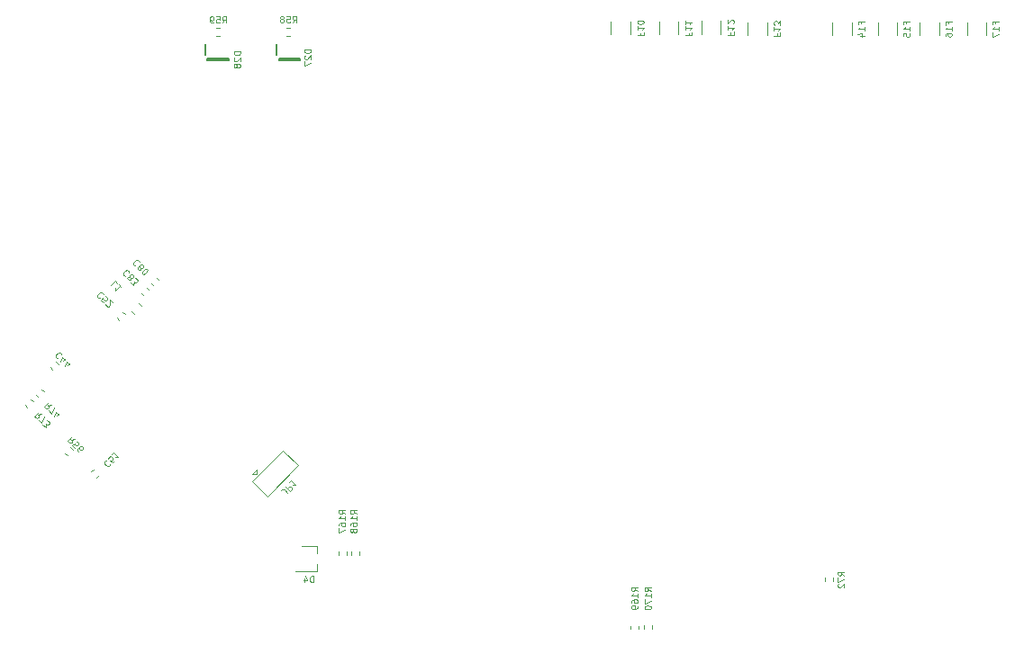
<source format=gbr>
%TF.GenerationSoftware,KiCad,Pcbnew,(6.0.8)*%
%TF.CreationDate,2023-05-29T03:20:35+02:00*%
%TF.ProjectId,pdms,70646d73-2e6b-4696-9361-645f70636258,rev?*%
%TF.SameCoordinates,Original*%
%TF.FileFunction,Legend,Bot*%
%TF.FilePolarity,Positive*%
%FSLAX46Y46*%
G04 Gerber Fmt 4.6, Leading zero omitted, Abs format (unit mm)*
G04 Created by KiCad (PCBNEW (6.0.8)) date 2023-05-29 03:20:35*
%MOMM*%
%LPD*%
G01*
G04 APERTURE LIST*
%ADD10C,0.100000*%
%ADD11C,0.120000*%
%ADD12C,0.200000*%
G04 APERTURE END LIST*
D10*
%TO.C,R72*%
X107691428Y-150104285D02*
X107405714Y-149904285D01*
X107691428Y-149761428D02*
X107091428Y-149761428D01*
X107091428Y-149990000D01*
X107120000Y-150047142D01*
X107148571Y-150075714D01*
X107205714Y-150104285D01*
X107291428Y-150104285D01*
X107348571Y-150075714D01*
X107377142Y-150047142D01*
X107405714Y-149990000D01*
X107405714Y-149761428D01*
X107091428Y-150304285D02*
X107091428Y-150704285D01*
X107691428Y-150447142D01*
X107148571Y-150904285D02*
X107120000Y-150932857D01*
X107091428Y-150990000D01*
X107091428Y-151132857D01*
X107120000Y-151190000D01*
X107148571Y-151218571D01*
X107205714Y-151247142D01*
X107262857Y-151247142D01*
X107348571Y-151218571D01*
X107691428Y-150875714D01*
X107691428Y-151247142D01*
%TO.C,R59*%
X49201114Y-98095828D02*
X49401114Y-97810114D01*
X49543971Y-98095828D02*
X49543971Y-97495828D01*
X49315400Y-97495828D01*
X49258257Y-97524400D01*
X49229685Y-97552971D01*
X49201114Y-97610114D01*
X49201114Y-97695828D01*
X49229685Y-97752971D01*
X49258257Y-97781542D01*
X49315400Y-97810114D01*
X49543971Y-97810114D01*
X48658257Y-97495828D02*
X48943971Y-97495828D01*
X48972542Y-97781542D01*
X48943971Y-97752971D01*
X48886828Y-97724400D01*
X48743971Y-97724400D01*
X48686828Y-97752971D01*
X48658257Y-97781542D01*
X48629685Y-97838685D01*
X48629685Y-97981542D01*
X48658257Y-98038685D01*
X48686828Y-98067257D01*
X48743971Y-98095828D01*
X48886828Y-98095828D01*
X48943971Y-98067257D01*
X48972542Y-98038685D01*
X48343971Y-98095828D02*
X48229685Y-98095828D01*
X48172542Y-98067257D01*
X48143971Y-98038685D01*
X48086828Y-97952971D01*
X48058257Y-97838685D01*
X48058257Y-97610114D01*
X48086828Y-97552971D01*
X48115400Y-97524400D01*
X48172542Y-97495828D01*
X48286828Y-97495828D01*
X48343971Y-97524400D01*
X48372542Y-97552971D01*
X48401114Y-97610114D01*
X48401114Y-97752971D01*
X48372542Y-97810114D01*
X48343971Y-97838685D01*
X48286828Y-97867257D01*
X48172542Y-97867257D01*
X48115400Y-97838685D01*
X48086828Y-97810114D01*
X48058257Y-97752971D01*
%TO.C,C44*%
X34111915Y-129323786D02*
X34111915Y-129283380D01*
X34071509Y-129202568D01*
X34031103Y-129162162D01*
X33950291Y-129121756D01*
X33869479Y-129121756D01*
X33808869Y-129141959D01*
X33707854Y-129202568D01*
X33647245Y-129263177D01*
X33586636Y-129364193D01*
X33566433Y-129424802D01*
X33566433Y-129505614D01*
X33606839Y-129586426D01*
X33647245Y-129626832D01*
X33728057Y-129667238D01*
X33768463Y-129667238D01*
X34233133Y-129929878D02*
X34515976Y-129647035D01*
X33970494Y-129990487D02*
X34172524Y-129586426D01*
X34435164Y-129849066D01*
X34637195Y-130333939D02*
X34920037Y-130051096D01*
X34374555Y-130394548D02*
X34576585Y-129990487D01*
X34839225Y-130253127D01*
%TO.C,C52*%
X38028781Y-123675735D02*
X38028781Y-123635329D01*
X37988375Y-123554517D01*
X37947969Y-123514111D01*
X37867157Y-123473705D01*
X37786345Y-123473705D01*
X37725735Y-123493908D01*
X37624720Y-123554517D01*
X37564111Y-123615126D01*
X37503502Y-123716142D01*
X37483299Y-123776751D01*
X37483299Y-123857563D01*
X37523705Y-123938375D01*
X37564111Y-123978781D01*
X37644923Y-124019187D01*
X37685329Y-124019187D01*
X38028781Y-124443451D02*
X37826751Y-124241421D01*
X38008578Y-124019187D01*
X38008578Y-124059593D01*
X38028781Y-124120203D01*
X38129796Y-124221218D01*
X38190406Y-124241421D01*
X38230812Y-124241421D01*
X38291421Y-124221218D01*
X38392436Y-124120203D01*
X38412639Y-124059593D01*
X38412639Y-124019187D01*
X38392436Y-123958578D01*
X38291421Y-123857563D01*
X38230812Y-123837360D01*
X38190406Y-123837360D01*
X38251015Y-124584873D02*
X38251015Y-124625279D01*
X38271218Y-124685888D01*
X38372233Y-124786903D01*
X38432842Y-124807106D01*
X38473248Y-124807106D01*
X38533857Y-124786903D01*
X38574264Y-124746497D01*
X38614670Y-124665685D01*
X38614670Y-124180812D01*
X38877309Y-124443451D01*
%TO.C,F12*%
X97019202Y-99021487D02*
X97019202Y-99221487D01*
X96704916Y-99221487D02*
X97304916Y-99221487D01*
X97304916Y-98935773D01*
X96704916Y-98392915D02*
X96704916Y-98735773D01*
X96704916Y-98564344D02*
X97304916Y-98564344D01*
X97219202Y-98621487D01*
X97162059Y-98678630D01*
X97133487Y-98735773D01*
X97247773Y-98164344D02*
X97276345Y-98135773D01*
X97304916Y-98078630D01*
X97304916Y-97935773D01*
X97276345Y-97878630D01*
X97247773Y-97850058D01*
X97190630Y-97821487D01*
X97133487Y-97821487D01*
X97047773Y-97850058D01*
X96704916Y-98192915D01*
X96704916Y-97821487D01*
%TO.C,R170*%
X89521428Y-151578571D02*
X89235714Y-151378571D01*
X89521428Y-151235714D02*
X88921428Y-151235714D01*
X88921428Y-151464285D01*
X88950000Y-151521428D01*
X88978571Y-151550000D01*
X89035714Y-151578571D01*
X89121428Y-151578571D01*
X89178571Y-151550000D01*
X89207142Y-151521428D01*
X89235714Y-151464285D01*
X89235714Y-151235714D01*
X89521428Y-152150000D02*
X89521428Y-151807142D01*
X89521428Y-151978571D02*
X88921428Y-151978571D01*
X89007142Y-151921428D01*
X89064285Y-151864285D01*
X89092857Y-151807142D01*
X88921428Y-152350000D02*
X88921428Y-152750000D01*
X89521428Y-152492857D01*
X88921428Y-153092857D02*
X88921428Y-153150000D01*
X88950000Y-153207142D01*
X88978571Y-153235714D01*
X89035714Y-153264285D01*
X89150000Y-153292857D01*
X89292857Y-153292857D01*
X89407142Y-153264285D01*
X89464285Y-153235714D01*
X89492857Y-153207142D01*
X89521428Y-153150000D01*
X89521428Y-153092857D01*
X89492857Y-153035714D01*
X89464285Y-153007142D01*
X89407142Y-152978571D01*
X89292857Y-152950000D01*
X89150000Y-152950000D01*
X89035714Y-152978571D01*
X88978571Y-153007142D01*
X88950000Y-153035714D01*
X88921428Y-153092857D01*
%TO.C,R73*%
X32219187Y-134935329D02*
X31875735Y-134995938D01*
X31976751Y-134692893D02*
X31552487Y-135117157D01*
X31714111Y-135278781D01*
X31774720Y-135298984D01*
X31815126Y-135298984D01*
X31875735Y-135278781D01*
X31936345Y-135218172D01*
X31956548Y-135157563D01*
X31956548Y-135117157D01*
X31936345Y-135056548D01*
X31774720Y-134894923D01*
X31936345Y-135501015D02*
X32219187Y-135783857D01*
X32461624Y-135177766D01*
X32340406Y-135905076D02*
X32603045Y-136167715D01*
X32623248Y-135864670D01*
X32683857Y-135925279D01*
X32744467Y-135945482D01*
X32784873Y-135945482D01*
X32845482Y-135925279D01*
X32946497Y-135824264D01*
X32966700Y-135763654D01*
X32966700Y-135723248D01*
X32946497Y-135662639D01*
X32825279Y-135541421D01*
X32764670Y-135521218D01*
X32724264Y-135521218D01*
%TO.C,R168*%
X61842228Y-144328571D02*
X61556514Y-144128571D01*
X61842228Y-143985714D02*
X61242228Y-143985714D01*
X61242228Y-144214285D01*
X61270800Y-144271428D01*
X61299371Y-144300000D01*
X61356514Y-144328571D01*
X61442228Y-144328571D01*
X61499371Y-144300000D01*
X61527942Y-144271428D01*
X61556514Y-144214285D01*
X61556514Y-143985714D01*
X61842228Y-144900000D02*
X61842228Y-144557142D01*
X61842228Y-144728571D02*
X61242228Y-144728571D01*
X61327942Y-144671428D01*
X61385085Y-144614285D01*
X61413657Y-144557142D01*
X61242228Y-145414285D02*
X61242228Y-145300000D01*
X61270800Y-145242857D01*
X61299371Y-145214285D01*
X61385085Y-145157142D01*
X61499371Y-145128571D01*
X61727942Y-145128571D01*
X61785085Y-145157142D01*
X61813657Y-145185714D01*
X61842228Y-145242857D01*
X61842228Y-145357142D01*
X61813657Y-145414285D01*
X61785085Y-145442857D01*
X61727942Y-145471428D01*
X61585085Y-145471428D01*
X61527942Y-145442857D01*
X61499371Y-145414285D01*
X61470800Y-145357142D01*
X61470800Y-145242857D01*
X61499371Y-145185714D01*
X61527942Y-145157142D01*
X61585085Y-145128571D01*
X61499371Y-145814285D02*
X61470800Y-145757142D01*
X61442228Y-145728571D01*
X61385085Y-145700000D01*
X61356514Y-145700000D01*
X61299371Y-145728571D01*
X61270800Y-145757142D01*
X61242228Y-145814285D01*
X61242228Y-145928571D01*
X61270800Y-145985714D01*
X61299371Y-146014285D01*
X61356514Y-146042857D01*
X61385085Y-146042857D01*
X61442228Y-146014285D01*
X61470800Y-145985714D01*
X61499371Y-145928571D01*
X61499371Y-145814285D01*
X61527942Y-145757142D01*
X61556514Y-145728571D01*
X61613657Y-145700000D01*
X61727942Y-145700000D01*
X61785085Y-145728571D01*
X61813657Y-145757142D01*
X61842228Y-145814285D01*
X61842228Y-145928571D01*
X61813657Y-145985714D01*
X61785085Y-146014285D01*
X61727942Y-146042857D01*
X61613657Y-146042857D01*
X61556514Y-146014285D01*
X61527942Y-145985714D01*
X61499371Y-145928571D01*
%TO.C,F11*%
X93056802Y-99063087D02*
X93056802Y-99263087D01*
X92742516Y-99263087D02*
X93342516Y-99263087D01*
X93342516Y-98977373D01*
X92742516Y-98434515D02*
X92742516Y-98777373D01*
X92742516Y-98605944D02*
X93342516Y-98605944D01*
X93256802Y-98663087D01*
X93199659Y-98720230D01*
X93171087Y-98777373D01*
X92742516Y-97863087D02*
X92742516Y-98205944D01*
X92742516Y-98034515D02*
X93342516Y-98034515D01*
X93256802Y-98091658D01*
X93199659Y-98148801D01*
X93171087Y-98205944D01*
%TO.C,F14*%
X109269942Y-98193285D02*
X109269942Y-97993285D01*
X109584228Y-97993285D02*
X108984228Y-97993285D01*
X108984228Y-98279000D01*
X109584228Y-98821857D02*
X109584228Y-98479000D01*
X109584228Y-98650428D02*
X108984228Y-98650428D01*
X109069942Y-98593285D01*
X109127085Y-98536142D01*
X109155657Y-98479000D01*
X109184228Y-99336142D02*
X109584228Y-99336142D01*
X108955657Y-99193285D02*
X109384228Y-99050428D01*
X109384228Y-99421857D01*
%TO.C,F15*%
X113537142Y-98193285D02*
X113537142Y-97993285D01*
X113851428Y-97993285D02*
X113251428Y-97993285D01*
X113251428Y-98279000D01*
X113851428Y-98821857D02*
X113851428Y-98479000D01*
X113851428Y-98650428D02*
X113251428Y-98650428D01*
X113337142Y-98593285D01*
X113394285Y-98536142D01*
X113422857Y-98479000D01*
X113251428Y-99364714D02*
X113251428Y-99079000D01*
X113537142Y-99050428D01*
X113508571Y-99079000D01*
X113480000Y-99136142D01*
X113480000Y-99279000D01*
X113508571Y-99336142D01*
X113537142Y-99364714D01*
X113594285Y-99393285D01*
X113737142Y-99393285D01*
X113794285Y-99364714D01*
X113822857Y-99336142D01*
X113851428Y-99279000D01*
X113851428Y-99136142D01*
X113822857Y-99079000D01*
X113794285Y-99050428D01*
%TO.C,F13*%
X101388002Y-99123087D02*
X101388002Y-99323087D01*
X101073716Y-99323087D02*
X101673716Y-99323087D01*
X101673716Y-99037373D01*
X101073716Y-98494515D02*
X101073716Y-98837373D01*
X101073716Y-98665944D02*
X101673716Y-98665944D01*
X101588002Y-98723087D01*
X101530859Y-98780230D01*
X101502287Y-98837373D01*
X101673716Y-98294515D02*
X101673716Y-97923087D01*
X101445145Y-98123087D01*
X101445145Y-98037373D01*
X101416573Y-97980230D01*
X101388002Y-97951658D01*
X101330859Y-97923087D01*
X101188002Y-97923087D01*
X101130859Y-97951658D01*
X101102287Y-97980230D01*
X101073716Y-98037373D01*
X101073716Y-98208801D01*
X101102287Y-98265944D01*
X101130859Y-98294515D01*
%TO.C,F17*%
X121919142Y-98190285D02*
X121919142Y-97990285D01*
X122233428Y-97990285D02*
X121633428Y-97990285D01*
X121633428Y-98276000D01*
X122233428Y-98818857D02*
X122233428Y-98476000D01*
X122233428Y-98647428D02*
X121633428Y-98647428D01*
X121719142Y-98590285D01*
X121776285Y-98533142D01*
X121804857Y-98476000D01*
X121633428Y-99018857D02*
X121633428Y-99418857D01*
X122233428Y-99161714D01*
%TO.C,D4*%
X57778657Y-150760628D02*
X57778657Y-150160628D01*
X57635800Y-150160628D01*
X57550085Y-150189200D01*
X57492942Y-150246342D01*
X57464371Y-150303485D01*
X57435800Y-150417771D01*
X57435800Y-150503485D01*
X57464371Y-150617771D01*
X57492942Y-150674914D01*
X57550085Y-150732057D01*
X57635800Y-150760628D01*
X57778657Y-150760628D01*
X56921514Y-150360628D02*
X56921514Y-150760628D01*
X57064371Y-150132057D02*
X57207228Y-150560628D01*
X56835800Y-150560628D01*
%TO.C,D28*%
X50896828Y-100815828D02*
X50296828Y-100815828D01*
X50296828Y-100958685D01*
X50325400Y-101044400D01*
X50382542Y-101101542D01*
X50439685Y-101130114D01*
X50553971Y-101158685D01*
X50639685Y-101158685D01*
X50753971Y-101130114D01*
X50811114Y-101101542D01*
X50868257Y-101044400D01*
X50896828Y-100958685D01*
X50896828Y-100815828D01*
X50353971Y-101387257D02*
X50325400Y-101415828D01*
X50296828Y-101472971D01*
X50296828Y-101615828D01*
X50325400Y-101672971D01*
X50353971Y-101701542D01*
X50411114Y-101730114D01*
X50468257Y-101730114D01*
X50553971Y-101701542D01*
X50896828Y-101358685D01*
X50896828Y-101730114D01*
X50553971Y-102072971D02*
X50525400Y-102015828D01*
X50496828Y-101987257D01*
X50439685Y-101958685D01*
X50411114Y-101958685D01*
X50353971Y-101987257D01*
X50325400Y-102015828D01*
X50296828Y-102072971D01*
X50296828Y-102187257D01*
X50325400Y-102244400D01*
X50353971Y-102272971D01*
X50411114Y-102301542D01*
X50439685Y-102301542D01*
X50496828Y-102272971D01*
X50525400Y-102244400D01*
X50553971Y-102187257D01*
X50553971Y-102072971D01*
X50582542Y-102015828D01*
X50611114Y-101987257D01*
X50668257Y-101958685D01*
X50782542Y-101958685D01*
X50839685Y-101987257D01*
X50868257Y-102015828D01*
X50896828Y-102072971D01*
X50896828Y-102187257D01*
X50868257Y-102244400D01*
X50839685Y-102272971D01*
X50782542Y-102301542D01*
X50668257Y-102301542D01*
X50611114Y-102272971D01*
X50582542Y-102244400D01*
X50553971Y-102187257D01*
%TO.C,R167*%
X60771428Y-144328571D02*
X60485714Y-144128571D01*
X60771428Y-143985714D02*
X60171428Y-143985714D01*
X60171428Y-144214285D01*
X60200000Y-144271428D01*
X60228571Y-144300000D01*
X60285714Y-144328571D01*
X60371428Y-144328571D01*
X60428571Y-144300000D01*
X60457142Y-144271428D01*
X60485714Y-144214285D01*
X60485714Y-143985714D01*
X60771428Y-144900000D02*
X60771428Y-144557142D01*
X60771428Y-144728571D02*
X60171428Y-144728571D01*
X60257142Y-144671428D01*
X60314285Y-144614285D01*
X60342857Y-144557142D01*
X60171428Y-145414285D02*
X60171428Y-145300000D01*
X60200000Y-145242857D01*
X60228571Y-145214285D01*
X60314285Y-145157142D01*
X60428571Y-145128571D01*
X60657142Y-145128571D01*
X60714285Y-145157142D01*
X60742857Y-145185714D01*
X60771428Y-145242857D01*
X60771428Y-145357142D01*
X60742857Y-145414285D01*
X60714285Y-145442857D01*
X60657142Y-145471428D01*
X60514285Y-145471428D01*
X60457142Y-145442857D01*
X60428571Y-145414285D01*
X60400000Y-145357142D01*
X60400000Y-145242857D01*
X60428571Y-145185714D01*
X60457142Y-145157142D01*
X60514285Y-145128571D01*
X60171428Y-145671428D02*
X60171428Y-146071428D01*
X60771428Y-145814285D01*
%TO.C,R58*%
X55801114Y-98065828D02*
X56001114Y-97780114D01*
X56143971Y-98065828D02*
X56143971Y-97465828D01*
X55915400Y-97465828D01*
X55858257Y-97494400D01*
X55829685Y-97522971D01*
X55801114Y-97580114D01*
X55801114Y-97665828D01*
X55829685Y-97722971D01*
X55858257Y-97751542D01*
X55915400Y-97780114D01*
X56143971Y-97780114D01*
X55258257Y-97465828D02*
X55543971Y-97465828D01*
X55572542Y-97751542D01*
X55543971Y-97722971D01*
X55486828Y-97694400D01*
X55343971Y-97694400D01*
X55286828Y-97722971D01*
X55258257Y-97751542D01*
X55229685Y-97808685D01*
X55229685Y-97951542D01*
X55258257Y-98008685D01*
X55286828Y-98037257D01*
X55343971Y-98065828D01*
X55486828Y-98065828D01*
X55543971Y-98037257D01*
X55572542Y-98008685D01*
X54886828Y-97722971D02*
X54943971Y-97694400D01*
X54972542Y-97665828D01*
X55001114Y-97608685D01*
X55001114Y-97580114D01*
X54972542Y-97522971D01*
X54943971Y-97494400D01*
X54886828Y-97465828D01*
X54772542Y-97465828D01*
X54715400Y-97494400D01*
X54686828Y-97522971D01*
X54658257Y-97580114D01*
X54658257Y-97608685D01*
X54686828Y-97665828D01*
X54715400Y-97694400D01*
X54772542Y-97722971D01*
X54886828Y-97722971D01*
X54943971Y-97751542D01*
X54972542Y-97780114D01*
X55001114Y-97837257D01*
X55001114Y-97951542D01*
X54972542Y-98008685D01*
X54943971Y-98037257D01*
X54886828Y-98065828D01*
X54772542Y-98065828D01*
X54715400Y-98037257D01*
X54686828Y-98008685D01*
X54658257Y-97951542D01*
X54658257Y-97837257D01*
X54686828Y-97780114D01*
X54715400Y-97751542D01*
X54772542Y-97722971D01*
%TO.C,R74*%
X33169188Y-134035329D02*
X32825736Y-134095938D01*
X32926752Y-133792893D02*
X32502488Y-134217157D01*
X32664112Y-134378781D01*
X32724721Y-134398984D01*
X32765127Y-134398984D01*
X32825736Y-134378781D01*
X32886346Y-134318172D01*
X32906549Y-134257563D01*
X32906549Y-134217157D01*
X32886346Y-134156548D01*
X32724721Y-133994923D01*
X32886346Y-134601015D02*
X33169188Y-134883857D01*
X33411625Y-134277766D01*
X33654062Y-135085888D02*
X33936904Y-134803045D01*
X33391422Y-135146497D02*
X33593452Y-134742436D01*
X33856092Y-135005076D01*
%TO.C,D27*%
X57524828Y-100615828D02*
X56924828Y-100615828D01*
X56924828Y-100758685D01*
X56953400Y-100844400D01*
X57010542Y-100901542D01*
X57067685Y-100930114D01*
X57181971Y-100958685D01*
X57267685Y-100958685D01*
X57381971Y-100930114D01*
X57439114Y-100901542D01*
X57496257Y-100844400D01*
X57524828Y-100758685D01*
X57524828Y-100615828D01*
X56981971Y-101187257D02*
X56953400Y-101215828D01*
X56924828Y-101272971D01*
X56924828Y-101415828D01*
X56953400Y-101472971D01*
X56981971Y-101501542D01*
X57039114Y-101530114D01*
X57096257Y-101530114D01*
X57181971Y-101501542D01*
X57524828Y-101158685D01*
X57524828Y-101530114D01*
X56924828Y-101730114D02*
X56924828Y-102130114D01*
X57524828Y-101872971D01*
%TO.C,C80*%
X41403428Y-120626702D02*
X41403428Y-120586296D01*
X41363022Y-120505484D01*
X41322616Y-120465078D01*
X41241804Y-120424672D01*
X41160992Y-120424672D01*
X41100382Y-120444875D01*
X40999367Y-120505484D01*
X40938758Y-120566093D01*
X40878149Y-120667109D01*
X40857946Y-120727718D01*
X40857946Y-120808530D01*
X40898352Y-120889342D01*
X40938758Y-120929748D01*
X41019570Y-120970154D01*
X41059976Y-120970154D01*
X41443834Y-121071170D02*
X41383225Y-121050967D01*
X41342819Y-121050967D01*
X41282210Y-121071170D01*
X41262007Y-121091373D01*
X41241804Y-121151982D01*
X41241804Y-121192388D01*
X41262007Y-121252997D01*
X41342819Y-121333809D01*
X41403428Y-121354012D01*
X41443834Y-121354012D01*
X41504443Y-121333809D01*
X41524647Y-121313606D01*
X41544850Y-121252997D01*
X41544850Y-121212591D01*
X41524647Y-121151982D01*
X41443834Y-121071170D01*
X41423631Y-121010560D01*
X41423631Y-120970154D01*
X41443834Y-120909545D01*
X41524647Y-120828733D01*
X41585256Y-120808530D01*
X41625662Y-120808530D01*
X41686271Y-120828733D01*
X41767083Y-120909545D01*
X41787286Y-120970154D01*
X41787286Y-121010560D01*
X41767083Y-121071170D01*
X41686271Y-121151982D01*
X41625662Y-121172185D01*
X41585256Y-121172185D01*
X41524647Y-121151982D01*
X41686271Y-121677261D02*
X41726677Y-121717667D01*
X41787286Y-121737870D01*
X41827692Y-121737870D01*
X41888301Y-121717667D01*
X41989317Y-121657058D01*
X42090332Y-121556043D01*
X42150941Y-121455028D01*
X42171144Y-121394418D01*
X42171144Y-121354012D01*
X42150941Y-121293403D01*
X42110535Y-121252997D01*
X42049926Y-121232794D01*
X42009520Y-121232794D01*
X41948911Y-121252997D01*
X41847895Y-121313606D01*
X41746880Y-121414621D01*
X41686271Y-121515637D01*
X41666068Y-121576246D01*
X41666068Y-121616652D01*
X41686271Y-121677261D01*
%TO.C,F10*%
X88537602Y-99063087D02*
X88537602Y-99263087D01*
X88223316Y-99263087D02*
X88823316Y-99263087D01*
X88823316Y-98977373D01*
X88223316Y-98434515D02*
X88223316Y-98777373D01*
X88223316Y-98605944D02*
X88823316Y-98605944D01*
X88737602Y-98663087D01*
X88680459Y-98720230D01*
X88651887Y-98777373D01*
X88823316Y-98063087D02*
X88823316Y-98005944D01*
X88794745Y-97948801D01*
X88766173Y-97920230D01*
X88709030Y-97891658D01*
X88594745Y-97863087D01*
X88451887Y-97863087D01*
X88337602Y-97891658D01*
X88280459Y-97920230D01*
X88251887Y-97948801D01*
X88223316Y-98005944D01*
X88223316Y-98063087D01*
X88251887Y-98120230D01*
X88280459Y-98148801D01*
X88337602Y-98177373D01*
X88451887Y-98205944D01*
X88594745Y-98205944D01*
X88709030Y-98177373D01*
X88766173Y-98148801D01*
X88794745Y-98120230D01*
X88823316Y-98063087D01*
%TO.C,L1*%
X39337970Y-122611348D02*
X39135939Y-122409317D01*
X38711675Y-122833581D01*
X39701625Y-122975003D02*
X39459188Y-122732566D01*
X39580406Y-122853784D02*
X39156142Y-123278049D01*
X39176345Y-123177033D01*
X39176345Y-123096221D01*
X39156142Y-123035612D01*
%TO.C,JP1*%
X55350334Y-142350919D02*
X55047288Y-142047873D01*
X54966476Y-142007467D01*
X54885664Y-142007467D01*
X54804852Y-142047873D01*
X54764446Y-142088279D01*
X55128101Y-141724624D02*
X55552365Y-142148888D01*
X55713989Y-141987264D01*
X55734192Y-141926655D01*
X55734192Y-141886249D01*
X55713989Y-141825640D01*
X55653380Y-141765031D01*
X55592771Y-141744827D01*
X55552365Y-141744827D01*
X55491756Y-141765031D01*
X55330131Y-141926655D01*
X55774598Y-141078127D02*
X55532162Y-141320563D01*
X55653380Y-141199345D02*
X56077644Y-141623609D01*
X55976629Y-141603406D01*
X55895817Y-141603406D01*
X55835207Y-141623609D01*
%TO.C,F16*%
X117474142Y-98196285D02*
X117474142Y-97996285D01*
X117788428Y-97996285D02*
X117188428Y-97996285D01*
X117188428Y-98282000D01*
X117788428Y-98824857D02*
X117788428Y-98482000D01*
X117788428Y-98653428D02*
X117188428Y-98653428D01*
X117274142Y-98596285D01*
X117331285Y-98539142D01*
X117359857Y-98482000D01*
X117188428Y-99339142D02*
X117188428Y-99224857D01*
X117217000Y-99167714D01*
X117245571Y-99139142D01*
X117331285Y-99082000D01*
X117445571Y-99053428D01*
X117674142Y-99053428D01*
X117731285Y-99082000D01*
X117759857Y-99110571D01*
X117788428Y-99167714D01*
X117788428Y-99282000D01*
X117759857Y-99339142D01*
X117731285Y-99367714D01*
X117674142Y-99396285D01*
X117531285Y-99396285D01*
X117474142Y-99367714D01*
X117445571Y-99339142D01*
X117417000Y-99282000D01*
X117417000Y-99167714D01*
X117445571Y-99110571D01*
X117474142Y-99082000D01*
X117531285Y-99053428D01*
%TO.C,R169*%
X88271428Y-151568571D02*
X87985714Y-151368571D01*
X88271428Y-151225714D02*
X87671428Y-151225714D01*
X87671428Y-151454285D01*
X87700000Y-151511428D01*
X87728571Y-151540000D01*
X87785714Y-151568571D01*
X87871428Y-151568571D01*
X87928571Y-151540000D01*
X87957142Y-151511428D01*
X87985714Y-151454285D01*
X87985714Y-151225714D01*
X88271428Y-152140000D02*
X88271428Y-151797142D01*
X88271428Y-151968571D02*
X87671428Y-151968571D01*
X87757142Y-151911428D01*
X87814285Y-151854285D01*
X87842857Y-151797142D01*
X87671428Y-152654285D02*
X87671428Y-152540000D01*
X87700000Y-152482857D01*
X87728571Y-152454285D01*
X87814285Y-152397142D01*
X87928571Y-152368571D01*
X88157142Y-152368571D01*
X88214285Y-152397142D01*
X88242857Y-152425714D01*
X88271428Y-152482857D01*
X88271428Y-152597142D01*
X88242857Y-152654285D01*
X88214285Y-152682857D01*
X88157142Y-152711428D01*
X88014285Y-152711428D01*
X87957142Y-152682857D01*
X87928571Y-152654285D01*
X87900000Y-152597142D01*
X87900000Y-152482857D01*
X87928571Y-152425714D01*
X87957142Y-152397142D01*
X88014285Y-152368571D01*
X88271428Y-152997142D02*
X88271428Y-153111428D01*
X88242857Y-153168571D01*
X88214285Y-153197142D01*
X88128571Y-153254285D01*
X88014285Y-153282857D01*
X87785714Y-153282857D01*
X87728571Y-153254285D01*
X87700000Y-153225714D01*
X87671428Y-153168571D01*
X87671428Y-153054285D01*
X87700000Y-152997142D01*
X87728571Y-152968571D01*
X87785714Y-152940000D01*
X87928571Y-152940000D01*
X87985714Y-152968571D01*
X88014285Y-152997142D01*
X88042857Y-153054285D01*
X88042857Y-153168571D01*
X88014285Y-153225714D01*
X87985714Y-153254285D01*
X87928571Y-153282857D01*
%TO.C,R56*%
X35369187Y-137285329D02*
X35025735Y-137345938D01*
X35126751Y-137042893D02*
X34702487Y-137467157D01*
X34864111Y-137628781D01*
X34924720Y-137648984D01*
X34965126Y-137648984D01*
X35025735Y-137628781D01*
X35086345Y-137568172D01*
X35106548Y-137507563D01*
X35106548Y-137467157D01*
X35086345Y-137406548D01*
X34924720Y-137244923D01*
X35328781Y-138093451D02*
X35126751Y-137891421D01*
X35308578Y-137669187D01*
X35308578Y-137709593D01*
X35328781Y-137770203D01*
X35429796Y-137871218D01*
X35490406Y-137891421D01*
X35530812Y-137891421D01*
X35591421Y-137871218D01*
X35692436Y-137770203D01*
X35712639Y-137709593D01*
X35712639Y-137669187D01*
X35692436Y-137608578D01*
X35591421Y-137507563D01*
X35530812Y-137487360D01*
X35490406Y-137487360D01*
X35712639Y-138477309D02*
X35631827Y-138396497D01*
X35611624Y-138335888D01*
X35611624Y-138295482D01*
X35631827Y-138194467D01*
X35692436Y-138093451D01*
X35854061Y-137931827D01*
X35914670Y-137911624D01*
X35955076Y-137911624D01*
X36015685Y-137931827D01*
X36096497Y-138012639D01*
X36116700Y-138073248D01*
X36116700Y-138113654D01*
X36096497Y-138174264D01*
X35995482Y-138275279D01*
X35934873Y-138295482D01*
X35894467Y-138295482D01*
X35833857Y-138275279D01*
X35753045Y-138194467D01*
X35732842Y-138133857D01*
X35732842Y-138093451D01*
X35753045Y-138032842D01*
%TO.C,C83*%
X40451521Y-121578610D02*
X40451521Y-121538204D01*
X40411115Y-121457392D01*
X40370709Y-121416986D01*
X40289897Y-121376580D01*
X40209085Y-121376580D01*
X40148475Y-121396783D01*
X40047460Y-121457392D01*
X39986851Y-121518001D01*
X39926242Y-121619017D01*
X39906039Y-121679626D01*
X39906039Y-121760438D01*
X39946445Y-121841250D01*
X39986851Y-121881656D01*
X40067663Y-121922062D01*
X40108069Y-121922062D01*
X40491927Y-122023078D02*
X40431318Y-122002875D01*
X40390912Y-122002875D01*
X40330303Y-122023078D01*
X40310100Y-122043281D01*
X40289897Y-122103890D01*
X40289897Y-122144296D01*
X40310100Y-122204905D01*
X40390912Y-122285717D01*
X40451521Y-122305920D01*
X40491927Y-122305920D01*
X40552536Y-122285717D01*
X40572740Y-122265514D01*
X40592943Y-122204905D01*
X40592943Y-122164499D01*
X40572740Y-122103890D01*
X40491927Y-122023078D01*
X40471724Y-121962468D01*
X40471724Y-121922062D01*
X40491927Y-121861453D01*
X40572740Y-121780641D01*
X40633349Y-121760438D01*
X40673755Y-121760438D01*
X40734364Y-121780641D01*
X40815176Y-121861453D01*
X40835379Y-121922062D01*
X40835379Y-121962468D01*
X40815176Y-122023078D01*
X40734364Y-122103890D01*
X40673755Y-122124093D01*
X40633349Y-122124093D01*
X40572740Y-122103890D01*
X40613146Y-122507951D02*
X40875785Y-122770590D01*
X40895988Y-122467545D01*
X40956597Y-122528154D01*
X41017207Y-122548357D01*
X41057613Y-122548357D01*
X41118222Y-122528154D01*
X41219237Y-122427139D01*
X41239440Y-122366529D01*
X41239440Y-122326123D01*
X41219237Y-122265514D01*
X41098019Y-122144296D01*
X41037410Y-122124093D01*
X40997004Y-122124093D01*
%TO.C,C51*%
X38334418Y-139292140D02*
X38294012Y-139292140D01*
X38213200Y-139332546D01*
X38172794Y-139372952D01*
X38132388Y-139453764D01*
X38132388Y-139534576D01*
X38152591Y-139595186D01*
X38213200Y-139696201D01*
X38273809Y-139756810D01*
X38374825Y-139817419D01*
X38435434Y-139837622D01*
X38516246Y-139837622D01*
X38597058Y-139797216D01*
X38637464Y-139756810D01*
X38677870Y-139675998D01*
X38677870Y-139635592D01*
X39102134Y-139292140D02*
X38900104Y-139494170D01*
X38677870Y-139312343D01*
X38718276Y-139312343D01*
X38778886Y-139292140D01*
X38879901Y-139191125D01*
X38900104Y-139130515D01*
X38900104Y-139090109D01*
X38879901Y-139029500D01*
X38778886Y-138928485D01*
X38718276Y-138908282D01*
X38677870Y-138908282D01*
X38617261Y-138928485D01*
X38516246Y-139029500D01*
X38496043Y-139090109D01*
X38496043Y-139130515D01*
X39102134Y-138443612D02*
X38859698Y-138686048D01*
X38980916Y-138564830D02*
X39405180Y-138989094D01*
X39304165Y-138968891D01*
X39223353Y-138968891D01*
X39162744Y-138989094D01*
D11*
%TO.C,R72*%
X105870000Y-150643641D02*
X105870000Y-150336359D01*
X106630000Y-150643641D02*
X106630000Y-150336359D01*
%TO.C,R59*%
X48969041Y-99374400D02*
X48661759Y-99374400D01*
X48969041Y-98614400D02*
X48661759Y-98614400D01*
%TO.C,C44*%
X33046156Y-130535315D02*
X33263437Y-130752596D01*
X33583557Y-129997914D02*
X33800838Y-130215195D01*
%TO.C,C52*%
X40066197Y-125520900D02*
X39848916Y-125303619D01*
X39528796Y-126058301D02*
X39311515Y-125841020D01*
%TO.C,F12*%
X94246345Y-99137837D02*
X94246345Y-97933709D01*
X96066345Y-99137837D02*
X96066345Y-97933709D01*
%TO.C,R170*%
X88870000Y-155143641D02*
X88870000Y-154836359D01*
X89630000Y-155143641D02*
X89630000Y-154836359D01*
%TO.C,R73*%
X31427341Y-133739940D02*
X31210060Y-133522659D01*
X30889940Y-134277341D02*
X30672659Y-134060060D01*
%TO.C,R168*%
X61370000Y-148153641D02*
X61370000Y-147846359D01*
X62130000Y-148153641D02*
X62130000Y-147846359D01*
%TO.C,F11*%
X92103945Y-99179437D02*
X92103945Y-97975309D01*
X90283945Y-99179437D02*
X90283945Y-97975309D01*
%TO.C,F14*%
X108402800Y-99281064D02*
X108402800Y-98076936D01*
X106582800Y-99281064D02*
X106582800Y-98076936D01*
%TO.C,F15*%
X110850000Y-99281064D02*
X110850000Y-98076936D01*
X112670000Y-99281064D02*
X112670000Y-98076936D01*
%TO.C,F13*%
X100435145Y-99239437D02*
X100435145Y-98035309D01*
X98615145Y-99239437D02*
X98615145Y-98035309D01*
%TO.C,F17*%
X119232000Y-99278064D02*
X119232000Y-98073936D01*
X121052000Y-99278064D02*
X121052000Y-98073936D01*
%TO.C,D4*%
X58115800Y-148039200D02*
X58115800Y-147379200D01*
X56705800Y-147379200D02*
X58115800Y-147379200D01*
X58115800Y-149699200D02*
X58115800Y-149039200D01*
X58115800Y-149699200D02*
X56085800Y-149699200D01*
D12*
%TO.C,D28*%
X47825400Y-101444400D02*
X47825400Y-101644400D01*
X47650400Y-100094400D02*
X47650400Y-101094400D01*
X49825400Y-101644400D02*
X49825400Y-101444400D01*
X49825400Y-101444400D02*
X47825400Y-101444400D01*
X47825400Y-101644400D02*
X49825400Y-101644400D01*
D11*
%TO.C,R167*%
X60120000Y-147846359D02*
X60120000Y-148153641D01*
X60880000Y-147846359D02*
X60880000Y-148153641D01*
%TO.C,R58*%
X55271759Y-98614400D02*
X55579041Y-98614400D01*
X55271759Y-99374400D02*
X55579041Y-99374400D01*
%TO.C,R74*%
X32427341Y-132789940D02*
X32210060Y-132572659D01*
X31889940Y-133327341D02*
X31672659Y-133110060D01*
D12*
%TO.C,D27*%
X54525400Y-101660400D02*
X56525400Y-101660400D01*
X54525400Y-101460400D02*
X54525400Y-101660400D01*
X56525400Y-101460400D02*
X54525400Y-101460400D01*
X54350400Y-100110400D02*
X54350400Y-101110400D01*
X56525400Y-101660400D02*
X56525400Y-101460400D01*
D11*
%TO.C,C80*%
X42576796Y-122612233D02*
X42729299Y-122764736D01*
X43085913Y-122103116D02*
X43238416Y-122255619D01*
%TO.C,F10*%
X87584745Y-99179437D02*
X87584745Y-97975309D01*
X85764745Y-99179437D02*
X85764745Y-97975309D01*
%TO.C,L1*%
X41631123Y-124746715D02*
X41400918Y-124516510D01*
X40909874Y-125467964D02*
X40679669Y-125237759D01*
%TO.C,JP1*%
X52430994Y-140562950D02*
X52006730Y-140562950D01*
X53456299Y-142648915D02*
X56355437Y-139749777D01*
X56355437Y-139749777D02*
X54941223Y-138335563D01*
X52042085Y-141234701D02*
X53456299Y-142648915D01*
X52430994Y-140562950D02*
X52430994Y-140138686D01*
X54941223Y-138335563D02*
X52042085Y-141234701D01*
X52006730Y-140562950D02*
X52430994Y-140138686D01*
%TO.C,F16*%
X114787000Y-99284064D02*
X114787000Y-98079936D01*
X116607000Y-99284064D02*
X116607000Y-98079936D01*
%TO.C,R169*%
X88380000Y-155153641D02*
X88380000Y-154846359D01*
X87620000Y-155153641D02*
X87620000Y-154846359D01*
%TO.C,R56*%
X34960060Y-138072659D02*
X35177341Y-138289940D01*
X34422659Y-138610060D02*
X34639940Y-138827341D01*
%TO.C,C83*%
X41642850Y-123546181D02*
X41795353Y-123698684D01*
X42151967Y-123037064D02*
X42304470Y-123189567D01*
%TO.C,C51*%
X36872659Y-140339940D02*
X37089940Y-140122659D01*
X37410060Y-140877341D02*
X37627341Y-140660060D01*
%TD*%
M02*

</source>
